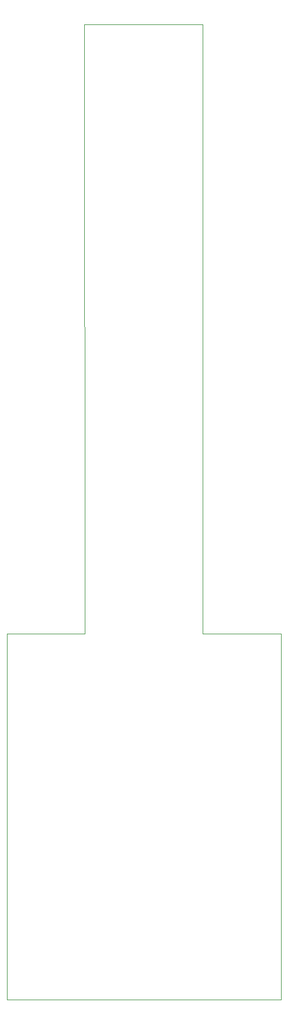
<source format=gbr>
%TF.GenerationSoftware,Altium Limited,Altium Designer,19.1.5 (86)*%
G04 Layer_Color=0*
%FSLAX26Y26*%
%MOIN*%
%TF.FileFunction,Profile,NP*%
%TF.Part,Single*%
G01*
G75*
%TA.AperFunction,Profile*%
%ADD80C,0.001000*%
D80*
X3250000Y1275000D02*
Y3375000D01*
X3696960D01*
Y3426960D01*
X3694997Y6870000D01*
X4374999D01*
X4375000Y3420000D01*
Y3375000D01*
X4825000D01*
Y1275000D01*
X3250000D01*
%TF.MD5,39d5729f7e612f8b715da77bf929e709*%
M02*

</source>
